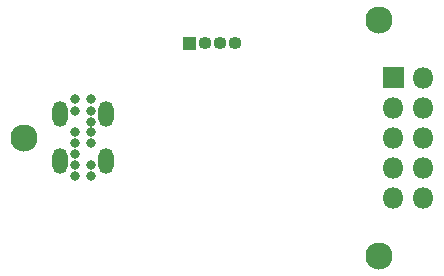
<source format=gbr>
%TF.GenerationSoftware,KiCad,Pcbnew,(5.1.12-1-10_14)*%
%TF.CreationDate,2022-09-08T10:49:59+08:00*%
%TF.ProjectId,0102-TILEDAP,30313032-2d54-4494-9c45-4441502e6b69,V1.1*%
%TF.SameCoordinates,Original*%
%TF.FileFunction,Soldermask,Bot*%
%TF.FilePolarity,Negative*%
%FSLAX46Y46*%
G04 Gerber Fmt 4.6, Leading zero omitted, Abs format (unit mm)*
G04 Created by KiCad (PCBNEW (5.1.12-1-10_14)) date 2022-09-08 10:49:59*
%MOMM*%
%LPD*%
G01*
G04 APERTURE LIST*
%ADD10C,2.300000*%
%ADD11O,1.800000X1.800000*%
%ADD12O,1.100000X1.100000*%
%ADD13C,0.800000*%
%ADD14O,1.300000X2.200000*%
G04 APERTURE END LIST*
D10*
%TO.C,H3*%
X32300000Y2300000D03*
%TD*%
%TO.C,H2*%
X32300000Y22300000D03*
%TD*%
%TO.C,H1*%
X2300000Y12300000D03*
%TD*%
D11*
%TO.C,J3*%
X36082000Y7220000D03*
X33542000Y7220000D03*
X36082000Y9760000D03*
X33542000Y9760000D03*
X36082000Y12300000D03*
X33542000Y12300000D03*
X36082000Y14840000D03*
X33542000Y14840000D03*
X36082000Y17380000D03*
G36*
G01*
X32642000Y16530000D02*
X32642000Y18230000D01*
G75*
G02*
X32692000Y18280000I50000J0D01*
G01*
X34392000Y18280000D01*
G75*
G02*
X34442000Y18230000I0J-50000D01*
G01*
X34442000Y16530000D01*
G75*
G02*
X34392000Y16480000I-50000J0D01*
G01*
X32692000Y16480000D01*
G75*
G02*
X32642000Y16530000I0J50000D01*
G01*
G37*
%TD*%
D12*
%TO.C,J2*%
X20110000Y20300000D03*
X18840000Y20300000D03*
X17570000Y20300000D03*
G36*
G01*
X15800000Y20850000D02*
X16800000Y20850000D01*
G75*
G02*
X16850000Y20800000I0J-50000D01*
G01*
X16850000Y19800000D01*
G75*
G02*
X16800000Y19750000I-50000J0D01*
G01*
X15800000Y19750000D01*
G75*
G02*
X15750000Y19800000I0J50000D01*
G01*
X15750000Y20800000D01*
G75*
G02*
X15800000Y20850000I50000J0D01*
G01*
G37*
%TD*%
D13*
%TO.C,J1*%
X6600000Y15550000D03*
X6600000Y14600000D03*
X6600000Y12750000D03*
X6600000Y11850000D03*
X6600000Y10950000D03*
X6600000Y10000000D03*
X6600000Y9050000D03*
X8000000Y9050000D03*
X8000000Y10000000D03*
X8000000Y11850000D03*
X8000000Y12750000D03*
X8000000Y13650000D03*
X8000000Y14600000D03*
X8000000Y15550000D03*
D14*
X5370000Y10300000D03*
X9230000Y10300000D03*
X5370000Y14300000D03*
X9230000Y14300000D03*
%TD*%
M02*

</source>
